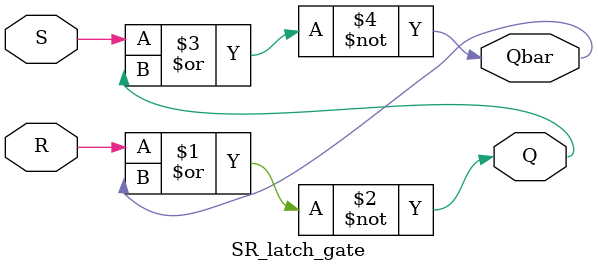
<source format=v>
module SR_latch_gate (input R, input S, output Q, output Qbar);
  nor (Q, R, Qbar);
  nor (Qbar, S, Q);
endmodule


</source>
